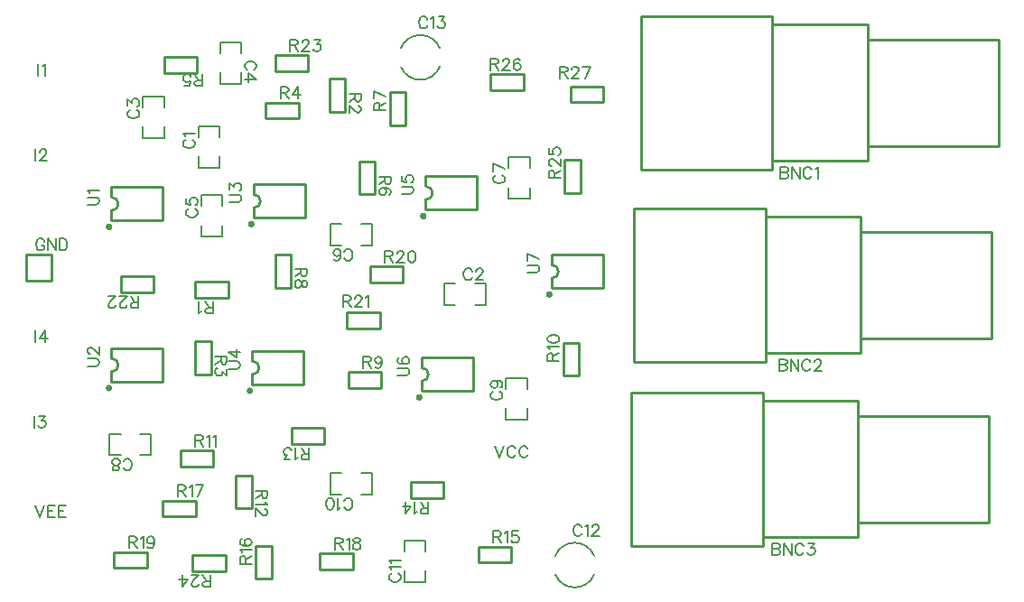
<source format=gto>
G04 Layer: TopSilkscreenLayer*
G04 EasyEDA v6.5.40, 2024-07-22 10:49:34*
G04 Gerber Generator version 0.2*
G04 Scale: 100 percent, Rotated: No, Reflected: No *
G04 Dimensions in inches *
G04 leading zeros omitted , absolute positions ,3 integer and 6 decimal *
%FSLAX36Y36*%
%MOIN*%

%ADD10C,0.0060*%
%ADD11C,0.0079*%
%ADD12C,0.0100*%
%ADD13C,0.0059*%

%LPD*%
D10*
X709800Y-519180D02*
G01*
X705700Y-521280D01*
X701599Y-525380D01*
X699600Y-529380D01*
X699600Y-537579D01*
X701599Y-541680D01*
X705700Y-545779D01*
X709800Y-547880D01*
X715999Y-549879D01*
X726199Y-549879D01*
X732300Y-547880D01*
X736399Y-545779D01*
X740500Y-541680D01*
X742500Y-537579D01*
X742500Y-529380D01*
X740500Y-525380D01*
X736399Y-521280D01*
X732300Y-519180D01*
X707800Y-505680D02*
G01*
X705700Y-501579D01*
X699600Y-495479D01*
X742500Y-495479D01*
X1765820Y-1004800D02*
G01*
X1763720Y-1000700D01*
X1759620Y-996599D01*
X1755619Y-994600D01*
X1747420Y-994600D01*
X1743320Y-996599D01*
X1739219Y-1000700D01*
X1737120Y-1004800D01*
X1735119Y-1010999D01*
X1735119Y-1021199D01*
X1737120Y-1027300D01*
X1739219Y-1031399D01*
X1743320Y-1035500D01*
X1747420Y-1037500D01*
X1755619Y-1037500D01*
X1759620Y-1035500D01*
X1763720Y-1031399D01*
X1765820Y-1027300D01*
X1781319Y-1004800D02*
G01*
X1781319Y-1002800D01*
X1783419Y-998699D01*
X1785420Y-996599D01*
X1789520Y-994600D01*
X1797719Y-994600D01*
X1801819Y-996599D01*
X1803819Y-998699D01*
X1805919Y-1002800D01*
X1805919Y-1006900D01*
X1803819Y-1010999D01*
X1799719Y-1017100D01*
X1779319Y-1037500D01*
X1807920Y-1037500D01*
X504800Y-409180D02*
G01*
X500700Y-411280D01*
X496599Y-415380D01*
X494600Y-419380D01*
X494600Y-427579D01*
X496599Y-431680D01*
X500700Y-435779D01*
X504800Y-437880D01*
X510999Y-439879D01*
X521199Y-439879D01*
X527300Y-437880D01*
X531399Y-435779D01*
X535500Y-431680D01*
X537500Y-427579D01*
X537500Y-419380D01*
X535500Y-415380D01*
X531399Y-411280D01*
X527300Y-409180D01*
X494600Y-391579D02*
G01*
X494600Y-369079D01*
X510999Y-381379D01*
X510999Y-375279D01*
X513000Y-371179D01*
X515000Y-369079D01*
X521199Y-367080D01*
X525300Y-367080D01*
X531399Y-369079D01*
X535500Y-373180D01*
X537500Y-379380D01*
X537500Y-385479D01*
X535500Y-391579D01*
X533499Y-393679D01*
X529400Y-395680D01*
X960200Y-260819D02*
G01*
X964300Y-258719D01*
X968400Y-254619D01*
X970399Y-250619D01*
X970399Y-242420D01*
X968400Y-238319D01*
X964300Y-234220D01*
X960200Y-232119D01*
X953999Y-230120D01*
X943800Y-230120D01*
X937700Y-232119D01*
X933599Y-234220D01*
X929499Y-238319D01*
X927500Y-242420D01*
X927500Y-250619D01*
X929499Y-254619D01*
X933599Y-258719D01*
X937700Y-260819D01*
X970399Y-294720D02*
G01*
X941800Y-274319D01*
X941800Y-305019D01*
X970399Y-294720D02*
G01*
X927500Y-294720D01*
X719800Y-774180D02*
G01*
X715700Y-776280D01*
X711599Y-780380D01*
X709600Y-784380D01*
X709600Y-792579D01*
X711599Y-796680D01*
X715700Y-800779D01*
X719800Y-802880D01*
X725999Y-804879D01*
X736199Y-804879D01*
X742300Y-802880D01*
X746399Y-800779D01*
X750500Y-796680D01*
X752500Y-792579D01*
X752500Y-784380D01*
X750500Y-780380D01*
X746399Y-776280D01*
X742300Y-774180D01*
X709600Y-736179D02*
G01*
X709600Y-756579D01*
X728000Y-758679D01*
X725999Y-756579D01*
X723899Y-750479D01*
X723899Y-744380D01*
X725999Y-738180D01*
X730000Y-734079D01*
X736199Y-732080D01*
X740300Y-732080D01*
X746399Y-734079D01*
X750500Y-738180D01*
X752500Y-744380D01*
X752500Y-750479D01*
X750500Y-756579D01*
X748499Y-758679D01*
X744400Y-760680D01*
X1294179Y-955199D02*
G01*
X1296279Y-959299D01*
X1300379Y-963400D01*
X1304380Y-965399D01*
X1312579Y-965399D01*
X1316679Y-963400D01*
X1320780Y-959299D01*
X1322879Y-955199D01*
X1324880Y-949000D01*
X1324880Y-938800D01*
X1322879Y-932699D01*
X1320780Y-928600D01*
X1316679Y-924499D01*
X1312579Y-922500D01*
X1304380Y-922500D01*
X1300379Y-924499D01*
X1296279Y-928600D01*
X1294179Y-932699D01*
X1256180Y-959299D02*
G01*
X1258180Y-963400D01*
X1264380Y-965399D01*
X1268379Y-965399D01*
X1274579Y-963400D01*
X1278680Y-957199D01*
X1280680Y-946999D01*
X1280680Y-936799D01*
X1278680Y-928600D01*
X1274579Y-924499D01*
X1268379Y-922500D01*
X1266379Y-922500D01*
X1260280Y-924499D01*
X1256180Y-928600D01*
X1254080Y-934699D01*
X1254080Y-936799D01*
X1256180Y-942899D01*
X1260280Y-946999D01*
X1266379Y-949000D01*
X1268379Y-949000D01*
X1274579Y-946999D01*
X1278680Y-942899D01*
X1280680Y-936799D01*
X1854799Y-649299D02*
G01*
X1850699Y-651399D01*
X1846599Y-655500D01*
X1844600Y-659499D01*
X1844600Y-667699D01*
X1846599Y-671799D01*
X1850699Y-675900D01*
X1854799Y-678000D01*
X1861000Y-680000D01*
X1871199Y-680000D01*
X1877299Y-678000D01*
X1881400Y-675900D01*
X1885500Y-671799D01*
X1887500Y-667699D01*
X1887500Y-659499D01*
X1885500Y-655500D01*
X1881400Y-651399D01*
X1877299Y-649299D01*
X1844600Y-607199D02*
G01*
X1887500Y-627600D01*
X1844600Y-635799D02*
G01*
X1844600Y-607199D01*
X479180Y-1730199D02*
G01*
X481280Y-1734299D01*
X485380Y-1738400D01*
X489380Y-1740399D01*
X497579Y-1740399D01*
X501680Y-1738400D01*
X505779Y-1734299D01*
X507880Y-1730199D01*
X509879Y-1724000D01*
X509879Y-1713800D01*
X507880Y-1707699D01*
X505779Y-1703600D01*
X501680Y-1699499D01*
X497579Y-1697500D01*
X489380Y-1697500D01*
X485380Y-1699499D01*
X481280Y-1703600D01*
X479180Y-1707699D01*
X455479Y-1740399D02*
G01*
X461579Y-1738400D01*
X463679Y-1734299D01*
X463679Y-1730199D01*
X461579Y-1726100D01*
X457480Y-1724000D01*
X449380Y-1721999D01*
X443180Y-1720000D01*
X439079Y-1715900D01*
X437080Y-1711799D01*
X437080Y-1705599D01*
X439079Y-1701500D01*
X441179Y-1699499D01*
X447280Y-1697500D01*
X455479Y-1697500D01*
X461579Y-1699499D01*
X463679Y-1701500D01*
X465680Y-1705599D01*
X465680Y-1711799D01*
X463679Y-1715900D01*
X459580Y-1720000D01*
X453380Y-1721999D01*
X445279Y-1724000D01*
X441179Y-1726100D01*
X439079Y-1730199D01*
X439079Y-1734299D01*
X441179Y-1738400D01*
X447280Y-1740399D01*
X455479Y-1740399D01*
X1844799Y-1449180D02*
G01*
X1840699Y-1451280D01*
X1836599Y-1455380D01*
X1834600Y-1459380D01*
X1834600Y-1467579D01*
X1836599Y-1471680D01*
X1840699Y-1475779D01*
X1844799Y-1477880D01*
X1851000Y-1479879D01*
X1861199Y-1479879D01*
X1867299Y-1477880D01*
X1871400Y-1475779D01*
X1875500Y-1471680D01*
X1877500Y-1467579D01*
X1877500Y-1459380D01*
X1875500Y-1455380D01*
X1871400Y-1451280D01*
X1867299Y-1449180D01*
X1848900Y-1409079D02*
G01*
X1855000Y-1411179D01*
X1859099Y-1415279D01*
X1861199Y-1421379D01*
X1861199Y-1423380D01*
X1859099Y-1429580D01*
X1855000Y-1433679D01*
X1848900Y-1435680D01*
X1846899Y-1435680D01*
X1840699Y-1433679D01*
X1836599Y-1429580D01*
X1834600Y-1423380D01*
X1834600Y-1421379D01*
X1836599Y-1415279D01*
X1840699Y-1411179D01*
X1848900Y-1409079D01*
X1859099Y-1409079D01*
X1869399Y-1411179D01*
X1875500Y-1415279D01*
X1877500Y-1421379D01*
X1877500Y-1425479D01*
X1875500Y-1431579D01*
X1871400Y-1433679D01*
X1294179Y-1875199D02*
G01*
X1296279Y-1879299D01*
X1300379Y-1883400D01*
X1304380Y-1885399D01*
X1312579Y-1885399D01*
X1316679Y-1883400D01*
X1320780Y-1879299D01*
X1322879Y-1875199D01*
X1324880Y-1869000D01*
X1324880Y-1858800D01*
X1322879Y-1852699D01*
X1320780Y-1848600D01*
X1316679Y-1844499D01*
X1312579Y-1842500D01*
X1304380Y-1842500D01*
X1300379Y-1844499D01*
X1296279Y-1848600D01*
X1294179Y-1852699D01*
X1280680Y-1877199D02*
G01*
X1276580Y-1879299D01*
X1270479Y-1885399D01*
X1270479Y-1842500D01*
X1244679Y-1885399D02*
G01*
X1250879Y-1883400D01*
X1254880Y-1877199D01*
X1256980Y-1866999D01*
X1256980Y-1860900D01*
X1254880Y-1850599D01*
X1250879Y-1844499D01*
X1244679Y-1842500D01*
X1240580Y-1842500D01*
X1234480Y-1844499D01*
X1230379Y-1850599D01*
X1228379Y-1860900D01*
X1228379Y-1866999D01*
X1230379Y-1877199D01*
X1234480Y-1883400D01*
X1240580Y-1885399D01*
X1244679Y-1885399D01*
X1469399Y-2121096D02*
G01*
X1465299Y-2123197D01*
X1461199Y-2127296D01*
X1459200Y-2131296D01*
X1459200Y-2139497D01*
X1461199Y-2143596D01*
X1465299Y-2147696D01*
X1469399Y-2149796D01*
X1475600Y-2151797D01*
X1485799Y-2151797D01*
X1491899Y-2149796D01*
X1496000Y-2147696D01*
X1500100Y-2143596D01*
X1502100Y-2139497D01*
X1502100Y-2131296D01*
X1500100Y-2127296D01*
X1496000Y-2123197D01*
X1491899Y-2121096D01*
X1467399Y-2107597D02*
G01*
X1465299Y-2103497D01*
X1459200Y-2097397D01*
X1502100Y-2097397D01*
X1467399Y-2083897D02*
G01*
X1465299Y-2079796D01*
X1459200Y-2073697D01*
X1502100Y-2073697D01*
X2170699Y-1949800D02*
G01*
X2168599Y-1945700D01*
X2164499Y-1941599D01*
X2160500Y-1939600D01*
X2152299Y-1939600D01*
X2148199Y-1941599D01*
X2144099Y-1945700D01*
X2141999Y-1949800D01*
X2140000Y-1955999D01*
X2140000Y-1966199D01*
X2141999Y-1972300D01*
X2144099Y-1976399D01*
X2148199Y-1980500D01*
X2152299Y-1982500D01*
X2160500Y-1982500D01*
X2164499Y-1980500D01*
X2168599Y-1976399D01*
X2170699Y-1972300D01*
X2184200Y-1947800D02*
G01*
X2188299Y-1945700D01*
X2194399Y-1939600D01*
X2194399Y-1982500D01*
X2210000Y-1949800D02*
G01*
X2210000Y-1947800D01*
X2211999Y-1943699D01*
X2213999Y-1941599D01*
X2218100Y-1939600D01*
X2226300Y-1939600D01*
X2230399Y-1941599D01*
X2232500Y-1943699D01*
X2234499Y-1947800D01*
X2234499Y-1951900D01*
X2232500Y-1955999D01*
X2228400Y-1962100D01*
X2207899Y-1982500D01*
X2236499Y-1982500D01*
X1600699Y-74800D02*
G01*
X1598599Y-70700D01*
X1594499Y-66599D01*
X1590500Y-64600D01*
X1582299Y-64600D01*
X1578199Y-66599D01*
X1574099Y-70700D01*
X1571999Y-74800D01*
X1570000Y-80999D01*
X1570000Y-91199D01*
X1571999Y-97300D01*
X1574099Y-101399D01*
X1578199Y-105500D01*
X1582299Y-107500D01*
X1590500Y-107500D01*
X1594499Y-105500D01*
X1598599Y-101399D01*
X1600699Y-97300D01*
X1614200Y-72800D02*
G01*
X1618299Y-70700D01*
X1624399Y-64600D01*
X1624399Y-107500D01*
X1641999Y-64600D02*
G01*
X1664499Y-64600D01*
X1652200Y-80999D01*
X1658400Y-80999D01*
X1662500Y-83000D01*
X1664499Y-85000D01*
X1666499Y-91199D01*
X1666499Y-95300D01*
X1664499Y-101399D01*
X1660399Y-105500D01*
X1654300Y-107500D01*
X1648100Y-107500D01*
X1641999Y-105500D01*
X1640000Y-103499D01*
X1637899Y-99400D01*
X810000Y-1160399D02*
G01*
X810000Y-1117500D01*
X810000Y-1160399D02*
G01*
X791599Y-1160399D01*
X785500Y-1158400D01*
X783400Y-1156300D01*
X781400Y-1152199D01*
X781400Y-1148099D01*
X783400Y-1144000D01*
X785500Y-1141999D01*
X791599Y-1140000D01*
X810000Y-1140000D01*
X795699Y-1140000D02*
G01*
X781400Y-1117500D01*
X767899Y-1152199D02*
G01*
X763800Y-1154299D01*
X757600Y-1160399D01*
X757600Y-1117500D01*
X1355399Y-350000D02*
G01*
X1312500Y-350000D01*
X1355399Y-350000D02*
G01*
X1355399Y-368400D01*
X1353400Y-374499D01*
X1351300Y-376599D01*
X1347200Y-378600D01*
X1343100Y-378600D01*
X1338999Y-376599D01*
X1336999Y-374499D01*
X1335000Y-368400D01*
X1335000Y-350000D01*
X1335000Y-364299D02*
G01*
X1312500Y-378600D01*
X1345200Y-394200D02*
G01*
X1347200Y-394200D01*
X1351300Y-396199D01*
X1353400Y-398299D01*
X1355399Y-402399D01*
X1355399Y-410500D01*
X1353400Y-414600D01*
X1351300Y-416700D01*
X1347200Y-418699D01*
X1343100Y-418699D01*
X1338999Y-416700D01*
X1332899Y-412600D01*
X1312500Y-392100D01*
X1312500Y-420799D01*
X860399Y-1320000D02*
G01*
X817500Y-1320000D01*
X860399Y-1320000D02*
G01*
X860399Y-1338400D01*
X858400Y-1344499D01*
X856300Y-1346599D01*
X852200Y-1348600D01*
X848100Y-1348600D01*
X843999Y-1346599D01*
X841999Y-1344499D01*
X840000Y-1338400D01*
X840000Y-1320000D01*
X840000Y-1334299D02*
G01*
X817500Y-1348600D01*
X860399Y-1366199D02*
G01*
X860399Y-1388699D01*
X843999Y-1376500D01*
X843999Y-1382600D01*
X841999Y-1386700D01*
X840000Y-1388699D01*
X833800Y-1390799D01*
X829700Y-1390799D01*
X823599Y-1388699D01*
X819499Y-1384600D01*
X817500Y-1378499D01*
X817500Y-1372399D01*
X819499Y-1366199D01*
X821499Y-1364200D01*
X825600Y-1362100D01*
X1060000Y-324600D02*
G01*
X1060000Y-367500D01*
X1060000Y-324600D02*
G01*
X1078400Y-324600D01*
X1084499Y-326599D01*
X1086599Y-328699D01*
X1088599Y-332800D01*
X1088599Y-336900D01*
X1086599Y-340999D01*
X1084499Y-343000D01*
X1078400Y-345000D01*
X1060000Y-345000D01*
X1074300Y-345000D02*
G01*
X1088599Y-367500D01*
X1122600Y-324600D02*
G01*
X1102100Y-353200D01*
X1132799Y-353200D01*
X1122600Y-324600D02*
G01*
X1122600Y-367500D01*
X770000Y-320799D02*
G01*
X770000Y-277899D01*
X770000Y-320799D02*
G01*
X751599Y-320799D01*
X745500Y-318800D01*
X743400Y-316700D01*
X741399Y-312600D01*
X741399Y-308499D01*
X743400Y-304400D01*
X745500Y-302399D01*
X751599Y-300399D01*
X770000Y-300399D01*
X755700Y-300399D02*
G01*
X741399Y-277899D01*
X703299Y-320799D02*
G01*
X723800Y-320799D01*
X725799Y-302399D01*
X723800Y-304400D01*
X717600Y-306500D01*
X711500Y-306500D01*
X705399Y-304400D01*
X701300Y-300399D01*
X699200Y-294200D01*
X699200Y-290100D01*
X701300Y-284000D01*
X705399Y-279899D01*
X711500Y-277899D01*
X717600Y-277899D01*
X723800Y-279899D01*
X725799Y-281900D01*
X727899Y-285999D01*
X1465399Y-655000D02*
G01*
X1422500Y-655000D01*
X1465399Y-655000D02*
G01*
X1465399Y-673400D01*
X1463400Y-679499D01*
X1461300Y-681599D01*
X1457200Y-683600D01*
X1453100Y-683600D01*
X1448999Y-681599D01*
X1446999Y-679499D01*
X1445000Y-673400D01*
X1445000Y-655000D01*
X1445000Y-669299D02*
G01*
X1422500Y-683600D01*
X1459300Y-721700D02*
G01*
X1463400Y-719600D01*
X1465399Y-713499D01*
X1465399Y-709400D01*
X1463400Y-703299D01*
X1457200Y-699200D01*
X1446999Y-697100D01*
X1436800Y-697100D01*
X1428599Y-699200D01*
X1424499Y-703299D01*
X1422500Y-709400D01*
X1422500Y-711500D01*
X1424499Y-717600D01*
X1428599Y-721700D01*
X1434700Y-723699D01*
X1436800Y-723699D01*
X1442899Y-721700D01*
X1446999Y-717600D01*
X1448999Y-711500D01*
X1448999Y-709400D01*
X1446999Y-703299D01*
X1442899Y-699200D01*
X1436800Y-697100D01*
X1404600Y-410000D02*
G01*
X1447500Y-410000D01*
X1404600Y-410000D02*
G01*
X1404600Y-391599D01*
X1406599Y-385500D01*
X1408699Y-383400D01*
X1412799Y-381399D01*
X1416899Y-381399D01*
X1421000Y-383400D01*
X1423000Y-385500D01*
X1425000Y-391599D01*
X1425000Y-410000D01*
X1425000Y-395700D02*
G01*
X1447500Y-381399D01*
X1404600Y-339200D02*
G01*
X1447500Y-359699D01*
X1404600Y-367899D02*
G01*
X1404600Y-339200D01*
X1155399Y-995000D02*
G01*
X1112500Y-995000D01*
X1155399Y-995000D02*
G01*
X1155399Y-1013400D01*
X1153400Y-1019499D01*
X1151300Y-1021599D01*
X1147200Y-1023600D01*
X1143100Y-1023600D01*
X1138999Y-1021599D01*
X1136999Y-1019499D01*
X1135000Y-1013400D01*
X1135000Y-995000D01*
X1135000Y-1009299D02*
G01*
X1112500Y-1023600D01*
X1155399Y-1047399D02*
G01*
X1153400Y-1041199D01*
X1149300Y-1039200D01*
X1145200Y-1039200D01*
X1141099Y-1041199D01*
X1138999Y-1045300D01*
X1136999Y-1053499D01*
X1135000Y-1059600D01*
X1130900Y-1063699D01*
X1126800Y-1065799D01*
X1120600Y-1065799D01*
X1116499Y-1063699D01*
X1114499Y-1061700D01*
X1112500Y-1055500D01*
X1112500Y-1047399D01*
X1114499Y-1041199D01*
X1116499Y-1039200D01*
X1120600Y-1037100D01*
X1126800Y-1037100D01*
X1130900Y-1039200D01*
X1135000Y-1043299D01*
X1136999Y-1049400D01*
X1138999Y-1057600D01*
X1141099Y-1061700D01*
X1145200Y-1063699D01*
X1149300Y-1063699D01*
X1153400Y-1061700D01*
X1155399Y-1055500D01*
X1155399Y-1047399D01*
X1365000Y-1319600D02*
G01*
X1365000Y-1362500D01*
X1365000Y-1319600D02*
G01*
X1383400Y-1319600D01*
X1389499Y-1321599D01*
X1391599Y-1323699D01*
X1393599Y-1327800D01*
X1393599Y-1331900D01*
X1391599Y-1335999D01*
X1389499Y-1338000D01*
X1383400Y-1340000D01*
X1365000Y-1340000D01*
X1379300Y-1340000D02*
G01*
X1393599Y-1362500D01*
X1433699Y-1333899D02*
G01*
X1431700Y-1340000D01*
X1427600Y-1344099D01*
X1421499Y-1346199D01*
X1419399Y-1346199D01*
X1413299Y-1344099D01*
X1409200Y-1340000D01*
X1407100Y-1333899D01*
X1407100Y-1331900D01*
X1409200Y-1325700D01*
X1413299Y-1321599D01*
X1419399Y-1319600D01*
X1421499Y-1319600D01*
X1427600Y-1321599D01*
X1431700Y-1325700D01*
X1433699Y-1333899D01*
X1433699Y-1344099D01*
X1431700Y-1354400D01*
X1427600Y-1360500D01*
X1421499Y-1362500D01*
X1417399Y-1362500D01*
X1411199Y-1360500D01*
X1409200Y-1356399D01*
X2044600Y-1335000D02*
G01*
X2087500Y-1335000D01*
X2044600Y-1335000D02*
G01*
X2044600Y-1316599D01*
X2046599Y-1310500D01*
X2048699Y-1308400D01*
X2052799Y-1306399D01*
X2056899Y-1306399D01*
X2061000Y-1308400D01*
X2063000Y-1310500D01*
X2065000Y-1316599D01*
X2065000Y-1335000D01*
X2065000Y-1320700D02*
G01*
X2087500Y-1306399D01*
X2052799Y-1292899D02*
G01*
X2050699Y-1288800D01*
X2044600Y-1282600D01*
X2087500Y-1282600D01*
X2044600Y-1256900D02*
G01*
X2046599Y-1263000D01*
X2052799Y-1267100D01*
X2063000Y-1269099D01*
X2069099Y-1269099D01*
X2079399Y-1267100D01*
X2085500Y-1263000D01*
X2087500Y-1256900D01*
X2087500Y-1252800D01*
X2085500Y-1246599D01*
X2079399Y-1242500D01*
X2069099Y-1240500D01*
X2063000Y-1240500D01*
X2052799Y-1242500D01*
X2046599Y-1246599D01*
X2044600Y-1252800D01*
X2044600Y-1256900D01*
X745000Y-1609600D02*
G01*
X745000Y-1652500D01*
X745000Y-1609600D02*
G01*
X763400Y-1609600D01*
X769499Y-1611599D01*
X771599Y-1613699D01*
X773599Y-1617800D01*
X773599Y-1621900D01*
X771599Y-1625999D01*
X769499Y-1628000D01*
X763400Y-1630000D01*
X745000Y-1630000D01*
X759299Y-1630000D02*
G01*
X773599Y-1652500D01*
X787100Y-1617800D02*
G01*
X791199Y-1615700D01*
X797399Y-1609600D01*
X797399Y-1652500D01*
X810900Y-1617800D02*
G01*
X815000Y-1615700D01*
X821099Y-1609600D01*
X821099Y-1652500D01*
X1010399Y-1815000D02*
G01*
X967500Y-1815000D01*
X1010399Y-1815000D02*
G01*
X1010399Y-1833400D01*
X1008400Y-1839499D01*
X1006300Y-1841599D01*
X1002200Y-1843600D01*
X998100Y-1843600D01*
X993999Y-1841599D01*
X991999Y-1839499D01*
X990000Y-1833400D01*
X990000Y-1815000D01*
X990000Y-1829299D02*
G01*
X967500Y-1843600D01*
X1002200Y-1857100D02*
G01*
X1004300Y-1861199D01*
X1010399Y-1867399D01*
X967500Y-1867399D01*
X1000200Y-1882899D02*
G01*
X1002200Y-1882899D01*
X1006300Y-1885000D01*
X1008400Y-1886999D01*
X1010399Y-1891100D01*
X1010399Y-1899299D01*
X1008400Y-1903400D01*
X1006300Y-1905399D01*
X1002200Y-1907500D01*
X998100Y-1907500D01*
X993999Y-1905399D01*
X987899Y-1901300D01*
X967500Y-1880900D01*
X967500Y-1909499D01*
X1165000Y-1700399D02*
G01*
X1165000Y-1657500D01*
X1165000Y-1700399D02*
G01*
X1146599Y-1700399D01*
X1140500Y-1698400D01*
X1138400Y-1696300D01*
X1136400Y-1692199D01*
X1136400Y-1688099D01*
X1138400Y-1684000D01*
X1140500Y-1681999D01*
X1146599Y-1680000D01*
X1165000Y-1680000D01*
X1150699Y-1680000D02*
G01*
X1136400Y-1657500D01*
X1122899Y-1692199D02*
G01*
X1118800Y-1694299D01*
X1112600Y-1700399D01*
X1112600Y-1657500D01*
X1095000Y-1700399D02*
G01*
X1072500Y-1700399D01*
X1084799Y-1684000D01*
X1078699Y-1684000D01*
X1074600Y-1681999D01*
X1072500Y-1680000D01*
X1070500Y-1673800D01*
X1070500Y-1669699D01*
X1072500Y-1663600D01*
X1076599Y-1659499D01*
X1082799Y-1657500D01*
X1088900Y-1657500D01*
X1095000Y-1659499D01*
X1097100Y-1661500D01*
X1099099Y-1665599D01*
X1605000Y-1900399D02*
G01*
X1605000Y-1857500D01*
X1605000Y-1900399D02*
G01*
X1586599Y-1900399D01*
X1580500Y-1898400D01*
X1578400Y-1896300D01*
X1576400Y-1892199D01*
X1576400Y-1888099D01*
X1578400Y-1884000D01*
X1580500Y-1881999D01*
X1586599Y-1880000D01*
X1605000Y-1880000D01*
X1590699Y-1880000D02*
G01*
X1576400Y-1857500D01*
X1562899Y-1892199D02*
G01*
X1558800Y-1894299D01*
X1552600Y-1900399D01*
X1552600Y-1857500D01*
X1518699Y-1900399D02*
G01*
X1539099Y-1871799D01*
X1508500Y-1871799D01*
X1518699Y-1900399D02*
G01*
X1518699Y-1857500D01*
X1845000Y-1964600D02*
G01*
X1845000Y-2007500D01*
X1845000Y-1964600D02*
G01*
X1863400Y-1964600D01*
X1869499Y-1966599D01*
X1871599Y-1968699D01*
X1873599Y-1972800D01*
X1873599Y-1976900D01*
X1871599Y-1980999D01*
X1869499Y-1983000D01*
X1863400Y-1985000D01*
X1845000Y-1985000D01*
X1859300Y-1985000D02*
G01*
X1873599Y-2007500D01*
X1887100Y-1972800D02*
G01*
X1891199Y-1970700D01*
X1897399Y-1964600D01*
X1897399Y-2007500D01*
X1935399Y-1964600D02*
G01*
X1915000Y-1964600D01*
X1912899Y-1983000D01*
X1915000Y-1980999D01*
X1921099Y-1978899D01*
X1927200Y-1978899D01*
X1933400Y-1980999D01*
X1937500Y-1985000D01*
X1939499Y-1991199D01*
X1939499Y-1995300D01*
X1937500Y-2001399D01*
X1933400Y-2005500D01*
X1927200Y-2007500D01*
X1921099Y-2007500D01*
X1915000Y-2005500D01*
X1912899Y-2003499D01*
X1910900Y-1999400D01*
X909600Y-2085000D02*
G01*
X952500Y-2085000D01*
X909600Y-2085000D02*
G01*
X909600Y-2066599D01*
X911599Y-2060500D01*
X913699Y-2058400D01*
X917799Y-2056399D01*
X921899Y-2056399D01*
X926000Y-2058400D01*
X928000Y-2060500D01*
X930000Y-2066599D01*
X930000Y-2085000D01*
X930000Y-2070700D02*
G01*
X952500Y-2056399D01*
X917799Y-2042899D02*
G01*
X915699Y-2038800D01*
X909600Y-2032600D01*
X952500Y-2032600D01*
X915699Y-1994600D02*
G01*
X911599Y-1996599D01*
X909600Y-2002800D01*
X909600Y-2006900D01*
X911599Y-2013000D01*
X917799Y-2017100D01*
X928000Y-2019099D01*
X938199Y-2019099D01*
X946400Y-2017100D01*
X950500Y-2013000D01*
X952500Y-2006900D01*
X952500Y-2004800D01*
X950500Y-1998699D01*
X946400Y-1994600D01*
X940299Y-1992500D01*
X938199Y-1992500D01*
X932100Y-1994600D01*
X928000Y-1998699D01*
X926000Y-2004800D01*
X926000Y-2006900D01*
X928000Y-2013000D01*
X932100Y-2017100D01*
X938199Y-2019099D01*
X680000Y-1794600D02*
G01*
X680000Y-1837500D01*
X680000Y-1794600D02*
G01*
X698400Y-1794600D01*
X704499Y-1796599D01*
X706599Y-1798699D01*
X708600Y-1802800D01*
X708600Y-1806900D01*
X706599Y-1810999D01*
X704499Y-1813000D01*
X698400Y-1815000D01*
X680000Y-1815000D01*
X694299Y-1815000D02*
G01*
X708600Y-1837500D01*
X722100Y-1802800D02*
G01*
X726199Y-1800700D01*
X732399Y-1794600D01*
X732399Y-1837500D01*
X774499Y-1794600D02*
G01*
X754000Y-1837500D01*
X745900Y-1794600D02*
G01*
X774499Y-1794600D01*
X1260000Y-1989600D02*
G01*
X1260000Y-2032500D01*
X1260000Y-1989600D02*
G01*
X1278400Y-1989600D01*
X1284499Y-1991599D01*
X1286599Y-1993699D01*
X1288599Y-1997800D01*
X1288599Y-2001900D01*
X1286599Y-2005999D01*
X1284499Y-2008000D01*
X1278400Y-2010000D01*
X1260000Y-2010000D01*
X1274300Y-2010000D02*
G01*
X1288599Y-2032500D01*
X1302100Y-1997800D02*
G01*
X1306199Y-1995700D01*
X1312399Y-1989600D01*
X1312399Y-2032500D01*
X1336099Y-1989600D02*
G01*
X1330000Y-1991599D01*
X1327899Y-1995700D01*
X1327899Y-1999800D01*
X1330000Y-2003899D01*
X1333999Y-2005999D01*
X1342200Y-2008000D01*
X1348400Y-2010000D01*
X1352500Y-2014099D01*
X1354499Y-2018200D01*
X1354499Y-2024400D01*
X1352500Y-2028499D01*
X1350399Y-2030500D01*
X1344300Y-2032500D01*
X1336099Y-2032500D01*
X1330000Y-2030500D01*
X1327899Y-2028499D01*
X1325900Y-2024400D01*
X1325900Y-2018200D01*
X1327899Y-2014099D01*
X1331999Y-2010000D01*
X1338100Y-2008000D01*
X1346300Y-2005999D01*
X1350399Y-2003899D01*
X1352500Y-1999800D01*
X1352500Y-1995700D01*
X1350399Y-1991599D01*
X1344300Y-1989600D01*
X1336099Y-1989600D01*
X500000Y-1984600D02*
G01*
X500000Y-2027500D01*
X500000Y-1984600D02*
G01*
X518400Y-1984600D01*
X524499Y-1986599D01*
X526599Y-1988699D01*
X528600Y-1992800D01*
X528600Y-1996900D01*
X526599Y-2000999D01*
X524499Y-2003000D01*
X518400Y-2005000D01*
X500000Y-2005000D01*
X514299Y-2005000D02*
G01*
X528600Y-2027500D01*
X542100Y-1992800D02*
G01*
X546199Y-1990700D01*
X552399Y-1984600D01*
X552399Y-2027500D01*
X592500Y-1998899D02*
G01*
X590399Y-2005000D01*
X586300Y-2009099D01*
X580199Y-2011199D01*
X578099Y-2011199D01*
X571999Y-2009099D01*
X567899Y-2005000D01*
X565900Y-1998899D01*
X565900Y-1996900D01*
X567899Y-1990700D01*
X571999Y-1986599D01*
X578099Y-1984600D01*
X580199Y-1984600D01*
X586300Y-1986599D01*
X590399Y-1990700D01*
X592500Y-1998899D01*
X592500Y-2009099D01*
X590399Y-2019400D01*
X586300Y-2025500D01*
X580199Y-2027500D01*
X576100Y-2027500D01*
X570000Y-2025500D01*
X567899Y-2021399D01*
X1445000Y-929600D02*
G01*
X1445000Y-972500D01*
X1445000Y-929600D02*
G01*
X1463400Y-929600D01*
X1469499Y-931599D01*
X1471599Y-933699D01*
X1473599Y-937800D01*
X1473599Y-941900D01*
X1471599Y-945999D01*
X1469499Y-948000D01*
X1463400Y-950000D01*
X1445000Y-950000D01*
X1459300Y-950000D02*
G01*
X1473599Y-972500D01*
X1489200Y-939800D02*
G01*
X1489200Y-937800D01*
X1491199Y-933699D01*
X1493299Y-931599D01*
X1497399Y-929600D01*
X1505500Y-929600D01*
X1509600Y-931599D01*
X1511700Y-933699D01*
X1513699Y-937800D01*
X1513699Y-941900D01*
X1511700Y-945999D01*
X1507600Y-952100D01*
X1487100Y-972500D01*
X1515799Y-972500D01*
X1541499Y-929600D02*
G01*
X1535399Y-931599D01*
X1531300Y-937800D01*
X1529300Y-948000D01*
X1529300Y-954099D01*
X1531300Y-964400D01*
X1535399Y-970500D01*
X1541499Y-972500D01*
X1545600Y-972500D01*
X1551800Y-970500D01*
X1555900Y-964400D01*
X1557899Y-954099D01*
X1557899Y-948000D01*
X1555900Y-937800D01*
X1551800Y-931599D01*
X1545600Y-929600D01*
X1541499Y-929600D01*
X1290000Y-1094600D02*
G01*
X1290000Y-1137500D01*
X1290000Y-1094600D02*
G01*
X1308400Y-1094600D01*
X1314499Y-1096599D01*
X1316599Y-1098699D01*
X1318599Y-1102800D01*
X1318599Y-1106900D01*
X1316599Y-1110999D01*
X1314499Y-1113000D01*
X1308400Y-1115000D01*
X1290000Y-1115000D01*
X1304300Y-1115000D02*
G01*
X1318599Y-1137500D01*
X1334200Y-1104800D02*
G01*
X1334200Y-1102800D01*
X1336199Y-1098699D01*
X1338299Y-1096599D01*
X1342399Y-1094600D01*
X1350500Y-1094600D01*
X1354600Y-1096599D01*
X1356700Y-1098699D01*
X1358699Y-1102800D01*
X1358699Y-1106900D01*
X1356700Y-1110999D01*
X1352600Y-1117100D01*
X1332100Y-1137500D01*
X1360799Y-1137500D01*
X1374300Y-1102800D02*
G01*
X1378400Y-1100700D01*
X1384499Y-1094600D01*
X1384499Y-1137500D01*
X535000Y-1140399D02*
G01*
X535000Y-1097500D01*
X535000Y-1140399D02*
G01*
X516599Y-1140399D01*
X510500Y-1138400D01*
X508400Y-1136300D01*
X506399Y-1132199D01*
X506399Y-1128099D01*
X508400Y-1124000D01*
X510500Y-1121999D01*
X516599Y-1120000D01*
X535000Y-1120000D01*
X520700Y-1120000D02*
G01*
X506399Y-1097500D01*
X490799Y-1130199D02*
G01*
X490799Y-1132199D01*
X488800Y-1136300D01*
X486700Y-1138400D01*
X482600Y-1140399D01*
X474499Y-1140399D01*
X470399Y-1138400D01*
X468299Y-1136300D01*
X466300Y-1132199D01*
X466300Y-1128099D01*
X468299Y-1124000D01*
X472399Y-1117899D01*
X492899Y-1097500D01*
X464200Y-1097500D01*
X448699Y-1130199D02*
G01*
X448699Y-1132199D01*
X446599Y-1136300D01*
X444600Y-1138400D01*
X440500Y-1140399D01*
X432300Y-1140399D01*
X428200Y-1138400D01*
X426199Y-1136300D01*
X424099Y-1132199D01*
X424099Y-1128099D01*
X426199Y-1124000D01*
X430300Y-1117899D01*
X450700Y-1097500D01*
X422100Y-1097500D01*
X1095000Y-149600D02*
G01*
X1095000Y-192500D01*
X1095000Y-149600D02*
G01*
X1113400Y-149600D01*
X1119499Y-151599D01*
X1121599Y-153699D01*
X1123599Y-157800D01*
X1123599Y-161900D01*
X1121599Y-165999D01*
X1119499Y-168000D01*
X1113400Y-170000D01*
X1095000Y-170000D01*
X1109300Y-170000D02*
G01*
X1123599Y-192500D01*
X1139200Y-159800D02*
G01*
X1139200Y-157800D01*
X1141199Y-153699D01*
X1143299Y-151599D01*
X1147399Y-149600D01*
X1155500Y-149600D01*
X1159600Y-151599D01*
X1161700Y-153699D01*
X1163699Y-157800D01*
X1163699Y-161900D01*
X1161700Y-165999D01*
X1157600Y-172100D01*
X1137100Y-192500D01*
X1165799Y-192500D01*
X1183400Y-149600D02*
G01*
X1205900Y-149600D01*
X1193599Y-165999D01*
X1199700Y-165999D01*
X1203800Y-168000D01*
X1205900Y-170000D01*
X1207899Y-176199D01*
X1207899Y-180300D01*
X1205900Y-186399D01*
X1201800Y-190500D01*
X1195600Y-192500D01*
X1189499Y-192500D01*
X1183400Y-190500D01*
X1181300Y-188499D01*
X1179300Y-184400D01*
X800000Y-2170399D02*
G01*
X800000Y-2127500D01*
X800000Y-2170399D02*
G01*
X781599Y-2170399D01*
X775500Y-2168400D01*
X773400Y-2166300D01*
X771400Y-2162199D01*
X771400Y-2158099D01*
X773400Y-2154000D01*
X775500Y-2151999D01*
X781599Y-2150000D01*
X800000Y-2150000D01*
X785699Y-2150000D02*
G01*
X771400Y-2127500D01*
X755799Y-2160200D02*
G01*
X755799Y-2162199D01*
X753800Y-2166300D01*
X751700Y-2168400D01*
X747600Y-2170399D01*
X739499Y-2170399D01*
X735399Y-2168400D01*
X733299Y-2166300D01*
X731300Y-2162199D01*
X731300Y-2158099D01*
X733299Y-2154000D01*
X737399Y-2147899D01*
X757899Y-2127500D01*
X729200Y-2127500D01*
X695300Y-2170399D02*
G01*
X715700Y-2141799D01*
X685000Y-2141799D01*
X695300Y-2170399D02*
G01*
X695300Y-2127500D01*
X2049600Y-660000D02*
G01*
X2092500Y-660000D01*
X2049600Y-660000D02*
G01*
X2049600Y-641599D01*
X2051599Y-635500D01*
X2053699Y-633400D01*
X2057799Y-631399D01*
X2061899Y-631399D01*
X2066000Y-633400D01*
X2068000Y-635500D01*
X2070000Y-641599D01*
X2070000Y-660000D01*
X2070000Y-645700D02*
G01*
X2092500Y-631399D01*
X2059799Y-615799D02*
G01*
X2057799Y-615799D01*
X2053699Y-613800D01*
X2051599Y-611700D01*
X2049600Y-607600D01*
X2049600Y-599499D01*
X2051599Y-595399D01*
X2053699Y-593299D01*
X2057799Y-591300D01*
X2061899Y-591300D01*
X2066000Y-593299D01*
X2072100Y-597399D01*
X2092500Y-617899D01*
X2092500Y-589200D01*
X2049600Y-551199D02*
G01*
X2049600Y-571599D01*
X2068000Y-573699D01*
X2066000Y-571599D01*
X2063900Y-565500D01*
X2063900Y-559400D01*
X2066000Y-553200D01*
X2070000Y-549099D01*
X2076199Y-547100D01*
X2080299Y-547100D01*
X2086400Y-549099D01*
X2090500Y-553200D01*
X2092500Y-559400D01*
X2092500Y-565500D01*
X2090500Y-571599D01*
X2088500Y-573699D01*
X2084399Y-575700D01*
X1835000Y-219600D02*
G01*
X1835000Y-262500D01*
X1835000Y-219600D02*
G01*
X1853400Y-219600D01*
X1859499Y-221599D01*
X1861599Y-223699D01*
X1863599Y-227800D01*
X1863599Y-231900D01*
X1861599Y-235999D01*
X1859499Y-238000D01*
X1853400Y-240000D01*
X1835000Y-240000D01*
X1849300Y-240000D02*
G01*
X1863599Y-262500D01*
X1879200Y-229800D02*
G01*
X1879200Y-227800D01*
X1881199Y-223699D01*
X1883299Y-221599D01*
X1887399Y-219600D01*
X1895500Y-219600D01*
X1899600Y-221599D01*
X1901700Y-223699D01*
X1903699Y-227800D01*
X1903699Y-231900D01*
X1901700Y-235999D01*
X1897600Y-242100D01*
X1877100Y-262500D01*
X1905799Y-262500D01*
X1943800Y-225700D02*
G01*
X1941800Y-221599D01*
X1935600Y-219600D01*
X1931499Y-219600D01*
X1925399Y-221599D01*
X1921300Y-227800D01*
X1919300Y-238000D01*
X1919300Y-248200D01*
X1921300Y-256399D01*
X1925399Y-260500D01*
X1931499Y-262500D01*
X1933599Y-262500D01*
X1939700Y-260500D01*
X1943800Y-256399D01*
X1945900Y-250300D01*
X1945900Y-248200D01*
X1943800Y-242100D01*
X1939700Y-238000D01*
X1933599Y-235999D01*
X1931499Y-235999D01*
X1925399Y-238000D01*
X1921300Y-242100D01*
X1919300Y-248200D01*
X2090000Y-249600D02*
G01*
X2090000Y-292500D01*
X2090000Y-249600D02*
G01*
X2108400Y-249600D01*
X2114499Y-251599D01*
X2116599Y-253699D01*
X2118599Y-257800D01*
X2118599Y-261900D01*
X2116599Y-265999D01*
X2114499Y-268000D01*
X2108400Y-270000D01*
X2090000Y-270000D01*
X2104300Y-270000D02*
G01*
X2118599Y-292500D01*
X2134200Y-259800D02*
G01*
X2134200Y-257800D01*
X2136199Y-253699D01*
X2138299Y-251599D01*
X2142399Y-249600D01*
X2150500Y-249600D01*
X2154600Y-251599D01*
X2156700Y-253699D01*
X2158699Y-257800D01*
X2158699Y-261900D01*
X2156700Y-265999D01*
X2152600Y-272100D01*
X2132100Y-292500D01*
X2160799Y-292500D01*
X2202899Y-249600D02*
G01*
X2182500Y-292500D01*
X2174300Y-249600D02*
G01*
X2202899Y-249600D01*
X346599Y-760000D02*
G01*
X377300Y-760000D01*
X383400Y-758000D01*
X387500Y-753899D01*
X389499Y-747699D01*
X389499Y-743600D01*
X387500Y-737500D01*
X383400Y-733400D01*
X377300Y-731399D01*
X346599Y-731399D01*
X354800Y-717899D02*
G01*
X352699Y-713800D01*
X346599Y-707600D01*
X389499Y-707600D01*
X346599Y-1355000D02*
G01*
X377300Y-1355000D01*
X383400Y-1353000D01*
X387500Y-1348899D01*
X389499Y-1342699D01*
X389499Y-1338600D01*
X387500Y-1332500D01*
X383400Y-1328400D01*
X377300Y-1326399D01*
X346599Y-1326399D01*
X356799Y-1310799D02*
G01*
X354800Y-1310799D01*
X350700Y-1308800D01*
X348600Y-1306700D01*
X346599Y-1302600D01*
X346599Y-1294499D01*
X348600Y-1290399D01*
X350700Y-1288299D01*
X354800Y-1286300D01*
X358899Y-1286300D01*
X363000Y-1288299D01*
X369099Y-1292399D01*
X389499Y-1312899D01*
X389499Y-1284200D01*
X871599Y-750000D02*
G01*
X902299Y-750000D01*
X908400Y-748000D01*
X912500Y-743899D01*
X914499Y-737699D01*
X914499Y-733600D01*
X912500Y-727500D01*
X908400Y-723400D01*
X902299Y-721399D01*
X871599Y-721399D01*
X871599Y-703800D02*
G01*
X871599Y-681300D01*
X888000Y-693499D01*
X888000Y-687399D01*
X890000Y-683299D01*
X891999Y-681300D01*
X898199Y-679200D01*
X902299Y-679200D01*
X908400Y-681300D01*
X912500Y-685399D01*
X914499Y-691500D01*
X914499Y-697600D01*
X912500Y-703800D01*
X910500Y-705799D01*
X906400Y-707899D01*
X866599Y-1365000D02*
G01*
X897299Y-1365000D01*
X903400Y-1363000D01*
X907500Y-1358899D01*
X909499Y-1352699D01*
X909499Y-1348600D01*
X907500Y-1342500D01*
X903400Y-1338400D01*
X897299Y-1336399D01*
X866599Y-1336399D01*
X866599Y-1302399D02*
G01*
X895200Y-1322899D01*
X895200Y-1292199D01*
X866599Y-1302399D02*
G01*
X909499Y-1302399D01*
X1506599Y-720000D02*
G01*
X1537299Y-720000D01*
X1543400Y-718000D01*
X1547500Y-713899D01*
X1549499Y-707699D01*
X1549499Y-703600D01*
X1547500Y-697500D01*
X1543400Y-693400D01*
X1537299Y-691399D01*
X1506599Y-691399D01*
X1506599Y-653299D02*
G01*
X1506599Y-673800D01*
X1525000Y-675799D01*
X1523000Y-673800D01*
X1520900Y-667600D01*
X1520900Y-661500D01*
X1523000Y-655399D01*
X1526999Y-651300D01*
X1533199Y-649200D01*
X1537299Y-649200D01*
X1543400Y-651300D01*
X1547500Y-655399D01*
X1549499Y-661500D01*
X1549499Y-667600D01*
X1547500Y-673800D01*
X1545500Y-675799D01*
X1541400Y-677899D01*
X1491599Y-1390000D02*
G01*
X1522299Y-1390000D01*
X1528400Y-1388000D01*
X1532500Y-1383899D01*
X1534499Y-1377699D01*
X1534499Y-1373600D01*
X1532500Y-1367500D01*
X1528400Y-1363400D01*
X1522299Y-1361399D01*
X1491599Y-1361399D01*
X1497700Y-1323299D02*
G01*
X1493599Y-1325399D01*
X1491599Y-1331500D01*
X1491599Y-1335599D01*
X1493599Y-1341700D01*
X1499799Y-1345799D01*
X1510000Y-1347899D01*
X1520200Y-1347899D01*
X1528400Y-1345799D01*
X1532500Y-1341700D01*
X1534499Y-1335599D01*
X1534499Y-1333499D01*
X1532500Y-1327399D01*
X1528400Y-1323299D01*
X1522299Y-1321300D01*
X1520200Y-1321300D01*
X1514099Y-1323299D01*
X1510000Y-1327399D01*
X1508000Y-1333499D01*
X1508000Y-1335599D01*
X1510000Y-1341700D01*
X1514099Y-1345799D01*
X1520200Y-1347899D01*
X1971599Y-1010000D02*
G01*
X2002299Y-1010000D01*
X2008400Y-1008000D01*
X2012500Y-1003899D01*
X2014499Y-997699D01*
X2014499Y-993600D01*
X2012500Y-987500D01*
X2008400Y-983400D01*
X2002299Y-981399D01*
X1971599Y-981399D01*
X1971599Y-939200D02*
G01*
X2014499Y-959699D01*
X1971599Y-967899D02*
G01*
X1971599Y-939200D01*
X2905000Y-619600D02*
G01*
X2905000Y-662500D01*
X2905000Y-619600D02*
G01*
X2923400Y-619600D01*
X2929499Y-621599D01*
X2931599Y-623699D01*
X2933599Y-627800D01*
X2933599Y-631900D01*
X2931599Y-635999D01*
X2929499Y-638000D01*
X2923400Y-640000D01*
X2905000Y-640000D02*
G01*
X2923400Y-640000D01*
X2929499Y-642100D01*
X2931599Y-644099D01*
X2933599Y-648200D01*
X2933599Y-654400D01*
X2931599Y-658499D01*
X2929499Y-660500D01*
X2923400Y-662500D01*
X2905000Y-662500D01*
X2947100Y-619600D02*
G01*
X2947100Y-662500D01*
X2947100Y-619600D02*
G01*
X2975799Y-662500D01*
X2975799Y-619600D02*
G01*
X2975799Y-662500D01*
X3020000Y-629800D02*
G01*
X3017899Y-625700D01*
X3013800Y-621599D01*
X3009700Y-619600D01*
X3001499Y-619600D01*
X2997500Y-621599D01*
X2993400Y-625700D01*
X2991300Y-629800D01*
X2989300Y-635999D01*
X2989300Y-646199D01*
X2991300Y-652300D01*
X2993400Y-656399D01*
X2997500Y-660500D01*
X3001499Y-662500D01*
X3009700Y-662500D01*
X3013800Y-660500D01*
X3017899Y-656399D01*
X3020000Y-652300D01*
X3033500Y-627800D02*
G01*
X3037500Y-625700D01*
X3043699Y-619600D01*
X3043699Y-662500D01*
X2900000Y-1329600D02*
G01*
X2900000Y-1372500D01*
X2900000Y-1329600D02*
G01*
X2918400Y-1329600D01*
X2924499Y-1331599D01*
X2926599Y-1333699D01*
X2928599Y-1337800D01*
X2928599Y-1341900D01*
X2926599Y-1345999D01*
X2924499Y-1348000D01*
X2918400Y-1350000D01*
X2900000Y-1350000D02*
G01*
X2918400Y-1350000D01*
X2924499Y-1352100D01*
X2926599Y-1354099D01*
X2928599Y-1358200D01*
X2928599Y-1364400D01*
X2926599Y-1368499D01*
X2924499Y-1370500D01*
X2918400Y-1372500D01*
X2900000Y-1372500D01*
X2942100Y-1329600D02*
G01*
X2942100Y-1372500D01*
X2942100Y-1329600D02*
G01*
X2970799Y-1372500D01*
X2970799Y-1329600D02*
G01*
X2970799Y-1372500D01*
X3015000Y-1339800D02*
G01*
X3012899Y-1335700D01*
X3008800Y-1331599D01*
X3004700Y-1329600D01*
X2996499Y-1329600D01*
X2992500Y-1331599D01*
X2988400Y-1335700D01*
X2986300Y-1339800D01*
X2984300Y-1345999D01*
X2984300Y-1356199D01*
X2986300Y-1362300D01*
X2988400Y-1366399D01*
X2992500Y-1370500D01*
X2996499Y-1372500D01*
X3004700Y-1372500D01*
X3008800Y-1370500D01*
X3012899Y-1366399D01*
X3015000Y-1362300D01*
X3030500Y-1339800D02*
G01*
X3030500Y-1337800D01*
X3032500Y-1333699D01*
X3034600Y-1331599D01*
X3038699Y-1329600D01*
X3046899Y-1329600D01*
X3051000Y-1331599D01*
X3053000Y-1333699D01*
X3055000Y-1337800D01*
X3055000Y-1341900D01*
X3053000Y-1345999D01*
X3048900Y-1352100D01*
X3028500Y-1372500D01*
X3057100Y-1372500D01*
X2875000Y-2009600D02*
G01*
X2875000Y-2052500D01*
X2875000Y-2009600D02*
G01*
X2893400Y-2009600D01*
X2899499Y-2011599D01*
X2901599Y-2013699D01*
X2903599Y-2017800D01*
X2903599Y-2021900D01*
X2901599Y-2025999D01*
X2899499Y-2028000D01*
X2893400Y-2030000D01*
X2875000Y-2030000D02*
G01*
X2893400Y-2030000D01*
X2899499Y-2032100D01*
X2901599Y-2034099D01*
X2903599Y-2038200D01*
X2903599Y-2044400D01*
X2901599Y-2048499D01*
X2899499Y-2050500D01*
X2893400Y-2052500D01*
X2875000Y-2052500D01*
X2917100Y-2009600D02*
G01*
X2917100Y-2052500D01*
X2917100Y-2009600D02*
G01*
X2945799Y-2052500D01*
X2945799Y-2009600D02*
G01*
X2945799Y-2052500D01*
X2990000Y-2019800D02*
G01*
X2987899Y-2015700D01*
X2983800Y-2011599D01*
X2979700Y-2009600D01*
X2971499Y-2009600D01*
X2967500Y-2011599D01*
X2963400Y-2015700D01*
X2961300Y-2019800D01*
X2959300Y-2025999D01*
X2959300Y-2036199D01*
X2961300Y-2042300D01*
X2963400Y-2046399D01*
X2967500Y-2050500D01*
X2971499Y-2052500D01*
X2979700Y-2052500D01*
X2983800Y-2050500D01*
X2987899Y-2046399D01*
X2990000Y-2042300D01*
X3007500Y-2009600D02*
G01*
X3030000Y-2009600D01*
X3017799Y-2025999D01*
X3023900Y-2025999D01*
X3028000Y-2028000D01*
X3030000Y-2030000D01*
X3032100Y-2036199D01*
X3032100Y-2040300D01*
X3030000Y-2046399D01*
X3026000Y-2050500D01*
X3019799Y-2052500D01*
X3013699Y-2052500D01*
X3007500Y-2050500D01*
X3005500Y-2048499D01*
X3003500Y-2044400D01*
X155000Y-1869600D02*
G01*
X171399Y-1912500D01*
X187699Y-1869600D02*
G01*
X171399Y-1912500D01*
X201199Y-1869600D02*
G01*
X201199Y-1912500D01*
X201199Y-1869600D02*
G01*
X227800Y-1869600D01*
X201199Y-1890000D02*
G01*
X217600Y-1890000D01*
X201199Y-1912500D02*
G01*
X227800Y-1912500D01*
X241300Y-1869600D02*
G01*
X241300Y-1912500D01*
X241300Y-1869600D02*
G01*
X267899Y-1869600D01*
X241300Y-1890000D02*
G01*
X257699Y-1890000D01*
X241300Y-1912500D02*
G01*
X267899Y-1912500D01*
X1850000Y-1649600D02*
G01*
X1866400Y-1692500D01*
X1882700Y-1649600D02*
G01*
X1866400Y-1692500D01*
X1926899Y-1659800D02*
G01*
X1924899Y-1655700D01*
X1920799Y-1651599D01*
X1916700Y-1649600D01*
X1908500Y-1649600D01*
X1904399Y-1651599D01*
X1900299Y-1655700D01*
X1898299Y-1659800D01*
X1896199Y-1665999D01*
X1896199Y-1676199D01*
X1898299Y-1682300D01*
X1900299Y-1686399D01*
X1904399Y-1690500D01*
X1908500Y-1692500D01*
X1916700Y-1692500D01*
X1920799Y-1690500D01*
X1924899Y-1686399D01*
X1926899Y-1682300D01*
X1971099Y-1659800D02*
G01*
X1968999Y-1655700D01*
X1965000Y-1651599D01*
X1960900Y-1649600D01*
X1952700Y-1649600D01*
X1948599Y-1651599D01*
X1944499Y-1655700D01*
X1942500Y-1659800D01*
X1940399Y-1665999D01*
X1940399Y-1676199D01*
X1942500Y-1682300D01*
X1944499Y-1686399D01*
X1948599Y-1690500D01*
X1952700Y-1692500D01*
X1960900Y-1692500D01*
X1965000Y-1690500D01*
X1968999Y-1686399D01*
X1971099Y-1682300D01*
X187300Y-894800D02*
G01*
X185199Y-890700D01*
X181100Y-886599D01*
X177100Y-884600D01*
X168899Y-884600D01*
X164800Y-886599D01*
X160700Y-890700D01*
X158600Y-894800D01*
X156599Y-900999D01*
X156599Y-911199D01*
X158600Y-917300D01*
X160700Y-921399D01*
X164800Y-925500D01*
X168899Y-927500D01*
X177100Y-927500D01*
X181100Y-925500D01*
X185199Y-921399D01*
X187300Y-917300D01*
X187300Y-911199D01*
X177100Y-911199D02*
G01*
X187300Y-911199D01*
X200799Y-884600D02*
G01*
X200799Y-927500D01*
X200799Y-884600D02*
G01*
X229400Y-927500D01*
X229400Y-884600D02*
G01*
X229400Y-927500D01*
X242899Y-884600D02*
G01*
X242899Y-927500D01*
X242899Y-884600D02*
G01*
X257199Y-884600D01*
X263400Y-886599D01*
X267500Y-890700D01*
X269499Y-894800D01*
X271599Y-900999D01*
X271599Y-911199D01*
X269499Y-917300D01*
X267500Y-921399D01*
X263400Y-925500D01*
X257199Y-927500D01*
X242899Y-927500D01*
X165000Y-239600D02*
G01*
X165000Y-282500D01*
X178499Y-247800D02*
G01*
X182600Y-245700D01*
X188699Y-239600D01*
X188699Y-282500D01*
X155000Y-554600D02*
G01*
X155000Y-597500D01*
X170500Y-564800D02*
G01*
X170500Y-562800D01*
X172600Y-558699D01*
X174600Y-556599D01*
X178699Y-554600D01*
X186900Y-554600D01*
X190999Y-556599D01*
X193000Y-558699D01*
X195100Y-562800D01*
X195100Y-566900D01*
X193000Y-570999D01*
X189000Y-577100D01*
X168499Y-597500D01*
X197100Y-597500D01*
X155000Y-1224600D02*
G01*
X155000Y-1267500D01*
X189000Y-1224600D02*
G01*
X168499Y-1253200D01*
X199200Y-1253200D01*
X189000Y-1224600D02*
G01*
X189000Y-1267500D01*
X150000Y-1539600D02*
G01*
X150000Y-1582500D01*
X167600Y-1539600D02*
G01*
X190100Y-1539600D01*
X177800Y-1555999D01*
X184000Y-1555999D01*
X188000Y-1558000D01*
X190100Y-1560000D01*
X192100Y-1566199D01*
X192100Y-1570300D01*
X190100Y-1576399D01*
X185999Y-1580500D01*
X179899Y-1582500D01*
X173699Y-1582500D01*
X167600Y-1580500D01*
X165500Y-1578499D01*
X163499Y-1574400D01*
D11*
X834368Y-509567D02*
G01*
X834368Y-468164D01*
X755565Y-468164D01*
X755601Y-509526D01*
X755601Y-580398D02*
G01*
X755601Y-621797D01*
X834402Y-621797D01*
X834368Y-580435D01*
X1775432Y-1129367D02*
G01*
X1816836Y-1129367D01*
X1816836Y-1050565D01*
X1775474Y-1050601D01*
X1704602Y-1050601D02*
G01*
X1663203Y-1050601D01*
X1663203Y-1129402D01*
X1704565Y-1129367D01*
X629367Y-399567D02*
G01*
X629367Y-358164D01*
X550565Y-358164D01*
X550601Y-399526D01*
X550601Y-470398D02*
G01*
X550601Y-511797D01*
X629402Y-511797D01*
X629367Y-470435D01*
X835631Y-270432D02*
G01*
X835631Y-311835D01*
X914434Y-311835D01*
X914399Y-270473D01*
X914399Y-199601D02*
G01*
X914399Y-158202D01*
X835598Y-158202D01*
X835631Y-199564D01*
X844368Y-764567D02*
G01*
X844368Y-723164D01*
X765565Y-723164D01*
X765600Y-764526D01*
X765600Y-835398D02*
G01*
X765600Y-876797D01*
X844402Y-876797D01*
X844368Y-835435D01*
X1284567Y-830632D02*
G01*
X1243163Y-830632D01*
X1243163Y-909434D01*
X1284525Y-909398D01*
X1355397Y-909398D02*
G01*
X1396796Y-909398D01*
X1396796Y-830598D01*
X1355434Y-830632D01*
X1979368Y-624567D02*
G01*
X1979368Y-583164D01*
X1900565Y-583164D01*
X1900600Y-624526D01*
X1900600Y-695398D02*
G01*
X1900600Y-736797D01*
X1979402Y-736797D01*
X1979368Y-695435D01*
X469567Y-1605632D02*
G01*
X428164Y-1605632D01*
X428164Y-1684434D01*
X469526Y-1684398D01*
X540398Y-1684398D02*
G01*
X581797Y-1684398D01*
X581797Y-1605598D01*
X540435Y-1605632D01*
X1969368Y-1439567D02*
G01*
X1969368Y-1398164D01*
X1890565Y-1398164D01*
X1890600Y-1439526D01*
X1890600Y-1510398D02*
G01*
X1890600Y-1551797D01*
X1969402Y-1551797D01*
X1969368Y-1510435D01*
X1284567Y-1750632D02*
G01*
X1243163Y-1750632D01*
X1243163Y-1829434D01*
X1284525Y-1829398D01*
X1355397Y-1829398D02*
G01*
X1396796Y-1829398D01*
X1396796Y-1750598D01*
X1355434Y-1750632D01*
X1594368Y-2039567D02*
G01*
X1594368Y-1998164D01*
X1515565Y-1998164D01*
X1515600Y-2039526D01*
X1515600Y-2110398D02*
G01*
X1515600Y-2151797D01*
X1594402Y-2151797D01*
X1594368Y-2110435D01*
D12*
X866220Y-1103031D02*
G01*
X744173Y-1103031D01*
X744173Y-1043976D01*
X866220Y-1043976D01*
X866220Y-1103031D01*
X1298032Y-293778D02*
G01*
X1298032Y-415826D01*
X1238977Y-415826D01*
X1238977Y-293778D01*
X1298032Y-293778D01*
X803032Y-1263778D02*
G01*
X803032Y-1385826D01*
X743976Y-1385826D01*
X743976Y-1263778D01*
X803032Y-1263778D01*
X1003779Y-381968D02*
G01*
X1125825Y-381968D01*
X1125825Y-441023D01*
X1003779Y-441023D01*
X1003779Y-381968D01*
X751221Y-273031D02*
G01*
X629173Y-273031D01*
X629173Y-213976D01*
X751221Y-213976D01*
X751221Y-273031D01*
X1408032Y-598778D02*
G01*
X1408032Y-720826D01*
X1348977Y-720826D01*
X1348977Y-598778D01*
X1408032Y-598778D01*
X1461967Y-466221D02*
G01*
X1461967Y-344173D01*
X1521022Y-344173D01*
X1521022Y-466221D01*
X1461967Y-466221D01*
X1098032Y-943778D02*
G01*
X1098032Y-1065826D01*
X1038977Y-1065826D01*
X1038977Y-943778D01*
X1098032Y-943778D01*
X1308779Y-1376968D02*
G01*
X1430825Y-1376968D01*
X1430825Y-1436023D01*
X1308779Y-1436023D01*
X1308779Y-1376968D01*
X2101967Y-1391221D02*
G01*
X2101967Y-1269173D01*
X2161022Y-1269173D01*
X2161022Y-1391221D01*
X2101967Y-1391221D01*
X688778Y-1666968D02*
G01*
X810825Y-1666968D01*
X810825Y-1726023D01*
X688778Y-1726023D01*
X688778Y-1666968D01*
X953032Y-1758778D02*
G01*
X953032Y-1880826D01*
X893977Y-1880826D01*
X893977Y-1758778D01*
X953032Y-1758778D01*
X1221220Y-1643031D02*
G01*
X1099174Y-1643031D01*
X1099174Y-1583976D01*
X1221220Y-1583976D01*
X1221220Y-1643031D01*
X1661220Y-1843031D02*
G01*
X1539174Y-1843031D01*
X1539174Y-1783976D01*
X1661220Y-1783976D01*
X1661220Y-1843031D01*
X1788779Y-2021968D02*
G01*
X1910825Y-2021968D01*
X1910825Y-2081023D01*
X1788779Y-2081023D01*
X1788779Y-2021968D01*
X966967Y-2141221D02*
G01*
X966967Y-2019173D01*
X1026022Y-2019173D01*
X1026022Y-2141221D01*
X966967Y-2141221D01*
X623778Y-1851968D02*
G01*
X745826Y-1851968D01*
X745826Y-1911023D01*
X623778Y-1911023D01*
X623778Y-1851968D01*
X1203779Y-2046968D02*
G01*
X1325825Y-2046968D01*
X1325825Y-2106023D01*
X1203779Y-2106023D01*
X1203779Y-2046968D01*
X443778Y-2041968D02*
G01*
X565826Y-2041968D01*
X565826Y-2101023D01*
X443778Y-2101023D01*
X443778Y-2041968D01*
X1388779Y-986968D02*
G01*
X1510825Y-986968D01*
X1510825Y-1046023D01*
X1388779Y-1046023D01*
X1388779Y-986968D01*
X1303779Y-1156968D02*
G01*
X1425825Y-1156968D01*
X1425825Y-1216023D01*
X1303779Y-1216023D01*
X1303779Y-1156968D01*
X591221Y-1083031D02*
G01*
X469173Y-1083031D01*
X469173Y-1023976D01*
X591221Y-1023976D01*
X591221Y-1083031D01*
X1038779Y-206968D02*
G01*
X1160825Y-206968D01*
X1160825Y-266023D01*
X1038779Y-266023D01*
X1038779Y-206968D01*
X856220Y-2113031D02*
G01*
X734173Y-2113031D01*
X734173Y-2053976D01*
X856220Y-2053976D01*
X856220Y-2113031D01*
X2106967Y-716221D02*
G01*
X2106967Y-594173D01*
X2166022Y-594173D01*
X2166022Y-716221D01*
X2106967Y-716221D01*
X1833779Y-276968D02*
G01*
X1955825Y-276968D01*
X1955825Y-336023D01*
X1833779Y-336023D01*
X1833779Y-276968D01*
X2128779Y-321968D02*
G01*
X2250825Y-321968D01*
X2250825Y-381023D01*
X2128779Y-381023D01*
X2128779Y-321968D01*
X435000Y-818000D02*
G01*
X625000Y-818000D01*
X625000Y-694000D01*
X435000Y-694000D01*
X435000Y-694000D02*
G01*
X435000Y-730999D01*
X435000Y-780999D02*
G01*
X435000Y-818000D01*
X435000Y-1413000D02*
G01*
X625000Y-1413000D01*
X625000Y-1289000D01*
X435000Y-1289000D01*
X435000Y-1289000D02*
G01*
X435000Y-1325999D01*
X435000Y-1375999D02*
G01*
X435000Y-1413000D01*
X960000Y-808000D02*
G01*
X1150000Y-808000D01*
X1150000Y-684000D01*
X960000Y-684000D01*
X960000Y-684000D02*
G01*
X960000Y-720999D01*
X960000Y-770999D02*
G01*
X960000Y-808000D01*
X955000Y-1423000D02*
G01*
X1145000Y-1423000D01*
X1145000Y-1299000D01*
X955000Y-1299000D01*
X955000Y-1299000D02*
G01*
X955000Y-1335999D01*
X955000Y-1385999D02*
G01*
X955000Y-1423000D01*
X1595000Y-778000D02*
G01*
X1785000Y-778000D01*
X1785000Y-654000D01*
X1595000Y-654000D01*
X1595000Y-654000D02*
G01*
X1595000Y-690999D01*
X1595000Y-740999D02*
G01*
X1595000Y-778000D01*
X1580000Y-1448000D02*
G01*
X1770000Y-1448000D01*
X1770000Y-1324000D01*
X1580000Y-1324000D01*
X1580000Y-1324000D02*
G01*
X1580000Y-1360999D01*
X1580000Y-1410999D02*
G01*
X1580000Y-1448000D01*
X2060000Y-1068000D02*
G01*
X2250000Y-1068000D01*
X2250000Y-944000D01*
X2060000Y-944000D01*
X2060000Y-944000D02*
G01*
X2060000Y-980999D01*
X2060000Y-1030999D02*
G01*
X2060000Y-1068000D01*
X2875000Y-61539D02*
G01*
X2875000Y-628470D01*
X2389570Y-628470D01*
X2389570Y-61539D01*
X2875000Y-61539D01*
X3225200Y-92440D02*
G01*
X3225200Y-597559D01*
X2874809Y-597559D01*
X2874809Y-92440D01*
X3225200Y-92440D01*
X3710000Y-148150D02*
G01*
X3710000Y-541849D01*
X3225749Y-541849D01*
X3225749Y-148150D01*
X3710000Y-148150D01*
X2850000Y-771540D02*
G01*
X2850000Y-1338470D01*
X2364570Y-1338470D01*
X2364570Y-771540D01*
X2850000Y-771540D01*
X3200200Y-802440D02*
G01*
X3200200Y-1307559D01*
X2849809Y-1307559D01*
X2849809Y-802440D01*
X3200200Y-802440D01*
X3685000Y-858150D02*
G01*
X3685000Y-1251849D01*
X3200749Y-1251849D01*
X3200749Y-858150D01*
X3685000Y-858150D01*
X2840000Y-1451540D02*
G01*
X2840000Y-2018470D01*
X2354570Y-2018470D01*
X2354570Y-1451540D01*
X2840000Y-1451540D01*
X3190200Y-1482440D02*
G01*
X3190200Y-1987559D01*
X2839809Y-1987559D01*
X2839809Y-1482440D01*
X3190200Y-1482440D01*
X3675000Y-1538150D02*
G01*
X3675000Y-1931849D01*
X3190749Y-1931849D01*
X3190749Y-1538150D01*
X3675000Y-1538150D01*
X118539Y-943539D02*
G01*
X213029Y-943539D01*
X213029Y-1038029D01*
X118539Y-1038029D01*
X118539Y-943539D01*
D13*
G75*
G01*
X2217069Y-2056172D02*
G03*
X2072931Y-2056173I-72069J-28829D01*
G75*
G01*
X2073655Y-2125576D02*
G03*
X2217069Y-2123827I71345J30577D01*
G75*
G01*
X1647069Y-181172D02*
G03*
X1502931Y-181173I-72069J-28829D01*
G75*
G01*
X1503655Y-250576D02*
G03*
X1647069Y-248827I71345J30577D01*
D12*
G75*
G01*
X435000Y-731000D02*
G02*
X435000Y-781000I0J-25000D01*
G75*
G01*
X435000Y-1326000D02*
G02*
X435000Y-1376000I0J-25000D01*
G75*
G01*
X960000Y-721000D02*
G02*
X960000Y-771000I0J-25000D01*
G75*
G01*
X955000Y-1336000D02*
G02*
X955000Y-1386000I0J-25000D01*
G75*
G01*
X1595000Y-691000D02*
G02*
X1595000Y-741000I0J-25000D01*
G75*
G01*
X1580000Y-1361000D02*
G02*
X1580000Y-1411000I0J-25000D01*
G75*
G01*
X2060000Y-981000D02*
G02*
X2060000Y-1031000I0J-25000D01*
G75*
G01
X433500Y-841000D02*
G03X433500Y-841000I-7500J0D01*
G75*
G01
X433500Y-1436000D02*
G03X433500Y-1436000I-7500J0D01*
G75*
G01
X958500Y-831000D02*
G03X958500Y-831000I-7500J0D01*
G75*
G01
X953500Y-1446000D02*
G03X953500Y-1446000I-7500J0D01*
G75*
G01
X1593500Y-801000D02*
G03X1593500Y-801000I-7500J0D01*
G75*
G01
X1578500Y-1471000D02*
G03X1578500Y-1471000I-7500J0D01*
G75*
G01
X2058500Y-1091000D02*
G03X2058500Y-1091000I-7500J0D01*
M02*

</source>
